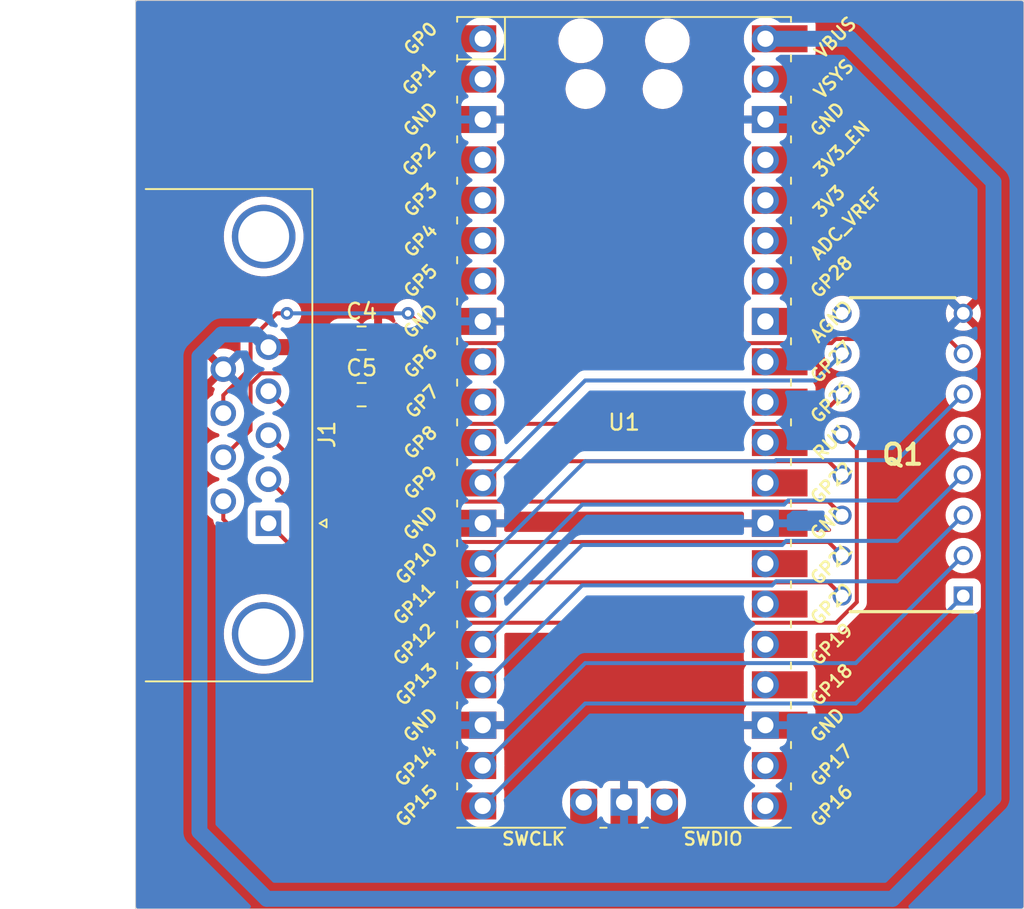
<source format=kicad_pcb>
(kicad_pcb (version 20240108) (generator "pcbnew") (generator_version "8.0")
  (layers (0 "F.Cu" signal) (31 "B.Cu" signal) (34 "B.Paste" user) (35 "F.Paste" user) (36 "B.SilkS" user "B.Silkscreen") (37 "F.SilkS" user "F.Silkscreen") (38 "B.Mask" user) (39 "F.Mask" user) (44 "Edge.Cuts" user))
  (net 0 "")
  (net 1 "GND")
  (net 2 "+5V")
  (net 3 "/Right")
  (net 4 "/Down")
  (net 5 "/Up")
  (net 6 "/Strobe")
  (net 7 "/Left")
  (net 8 "/ButtonLeft")
  (net 9 "/ButtonRight")
  (net 10 "/GPIO13")
  (net 11 "/GPIO12")
  (net 12 "/GPIO15")
  (net 13 "/GPIO10")
  (net 15 "/GPIO14")
  (net 16 "/GPIO11")
  (net 17 "/GPIO9")
  (footprint "Capacitor_SMD:C_0805_2012Metric_Pad1.18x1.45mm_HandSolder" (layer "F.Cu") (at 108.204 57.442)
    (property "Reference" "C4" (at 0 -1.68 0) (layer "F.SilkS"))
    (property "Value" "10uF")
    (fp_line (start -0.261252 -0.735) (end 0.261252 -0.735) (stroke (width 0.12)) (layer "F.SilkS"))
    (fp_line (start -0.261252 0.735) (end 0.261252 0.735) (stroke (width 0.12)) (layer "F.SilkS"))
    (pad "1" smd roundrect (at -1.0375 0) (size 1.175 1.45) (layers "F.Cu" "F.Paste" "F.Mask") (roundrect_rratio 0.212766) (net 2 "+5V"))
    (pad "2" smd roundrect (at 1.0375 0) (size 1.175 1.45) (layers "F.Cu" "F.Paste" "F.Mask") (roundrect_rratio 0.212766) (net 1 "GND"))
  )
  (footprint "Capacitor_SMD:C_0805_2012Metric_Pad1.18x1.45mm_HandSolder" (layer "F.Cu") (at 108.204 60.998)
    (property "Reference" "C5" (at 0 -1.68 0) (layer "F.SilkS"))
    (property "Value" "100nF")
    (fp_line (start -0.261252 -0.735) (end 0.261252 -0.735) (stroke (width 0.12)) (layer "F.SilkS"))
    (fp_line (start -0.261252 0.735) (end 0.261252 0.735) (stroke (width 0.12)) (layer "F.SilkS"))
    (pad "1" smd roundrect (at -1.0375 0) (size 1.175 1.45) (layers "F.Cu" "F.Paste" "F.Mask") (roundrect_rratio 0.212766) (net 2 "+5V"))
    (pad "2" smd roundrect (at 1.0375 0) (size 1.175 1.45) (layers "F.Cu" "F.Paste" "F.Mask") (roundrect_rratio 0.212766) (net 1 "GND"))
  )
  (footprint "custom:MSX DSUB9 Female" (layer "F.Cu") (at 85.707331 63.5 -90)
    (property "Reference" "J1" (at 0 -20.32 90) (layer "F.SilkS"))
    (property "Value" "MSX DSUB9 Female")
    (fp_line (start -15.437 -8.917) (end -15.437 -19.397) (stroke (width 0.12)) (layer "F.SilkS"))
    (fp_line (start -15.437 -19.397) (end 15.533 -19.397) (stroke (width 0.12)) (layer "F.SilkS"))
    (fp_line (start 15.533 -19.397) (end 15.533 -8.917) (stroke (width 0.12)) (layer "F.SilkS"))
    (fp_line (start 5.588 -19.858325) (end 5.338 -20.291338) (stroke (width 0.12)) (layer "F.SilkS"))
    (fp_line (start 5.338 -20.291338) (end 5.838 -20.291338) (stroke (width 0.12)) (layer "F.SilkS"))
    (fp_line (start 5.838 -20.291338) (end 5.588 -19.858325) (stroke (width 0.12)) (layer "F.SilkS"))
    (pad "0" thru_hole circle (at -12.452 -16.337 270) (size 4 4) (drill 3.2) (layers "*.Cu" "*.Mask"))
    (pad "0" thru_hole circle (at 12.548 -16.337 270) (size 4 4) (drill 3.2) (layers "*.Cu" "*.Mask"))
    (pad "1" thru_hole rect (at 5.588 -16.637 270) (size 1.6 1.6) (drill 1) (layers "*.Cu" "*.Mask") (net 5 "/Up"))
    (pad "2" thru_hole circle (at 2.818 -16.637 270) (size 1.6 1.6) (drill 1) (layers "*.Cu" "*.Mask") (net 4 "/Down"))
    (pad "3" thru_hole circle (at 0.048 -16.637 270) (size 1.6 1.6) (drill 1) (layers "*.Cu" "*.Mask") (net 7 "/Left"))
    (pad "4" thru_hole circle (at -2.722 -16.637 270) (size 1.6 1.6) (drill 1) (layers "*.Cu" "*.Mask") (net 3 "/Right"))
    (pad "5" thru_hole circle (at -5.492 -16.637 270) (size 1.6 1.6) (drill 1) (layers "*.Cu" "*.Mask") (net 2 "+5V"))
    (pad "6" thru_hole circle (at 4.203 -13.797 270) (size 1.6 1.6) (drill 1) (layers "*.Cu" "*.Mask") (net 8 "/ButtonLeft"))
    (pad "7" thru_hole circle (at 1.433 -13.797 270) (size 1.6 1.6) (drill 1) (layers "*.Cu" "*.Mask") (net 9 "/ButtonRight"))
    (pad "8" thru_hole circle (at -1.337 -13.797 270) (size 1.6 1.6) (drill 1) (layers "*.Cu" "*.Mask") (net 6 "/Strobe"))
    (pad "9" thru_hole circle (at -4.107 -13.797 270) (size 1.6 1.6) (drill 1) (layers "*.Cu" "*.Mask") (net 1 "GND"))
  )
  (footprint "custom:DIP762W60P254L1975H445Q16N" (layer "F.Cu") (at 142.24 64.77 180)
    (property "Reference" "Q1" (at 0 0 180) (layer "F.SilkS") (effects (font (size 1.27 1.27) (thickness 0.254))))
    (property "Value" "TBD62003APG" (hide yes))
    (fp_line (start -3.3 9.875) (end 3.3 9.875) (stroke (width 0.2)) (layer "F.SilkS"))
    (fp_line (start -4.41 -9.875) (end 3.3 -9.875) (stroke (width 0.2)) (layer "F.SilkS"))
    (pad "1" thru_hole rect (at -3.81 -8.89 180) (size 1.2 1.2) (drill 0.8) (layers "*.Cu" "*.Mask") (net 12 "/GPIO15"))
    (pad "2" thru_hole circle (at -3.81 -6.35 180) (size 1.2 1.2) (drill 0.8) (layers "*.Cu" "*.Mask") (net 15 "/GPIO14"))
    (pad "3" thru_hole circle (at -3.81 -3.81 180) (size 1.2 1.2) (drill 0.8) (layers "*.Cu" "*.Mask") (net 10 "/GPIO13"))
    (pad "4" thru_hole circle (at -3.81 -1.27 180) (size 1.2 1.2) (drill 0.8) (layers "*.Cu" "*.Mask") (net 11 "/GPIO12"))
    (pad "5" thru_hole circle (at -3.81 1.27 180) (size 1.2 1.2) (drill 0.8) (layers "*.Cu" "*.Mask") (net 16 "/GPIO11"))
    (pad "6" thru_hole circle (at -3.81 3.81 180) (size 1.2 1.2) (drill 0.8) (layers "*.Cu" "*.Mask") (net 13 "/GPIO10"))
    (pad "7" thru_hole circle (at -3.81 6.35 180) (size 1.2 1.2) (drill 0.8) (layers "*.Cu" "*.Mask") (net 6 "/Strobe"))
    (pad "8" thru_hole circle (at -3.81 8.89 180) (size 1.2 1.2) (drill 0.8) (layers "*.Cu" "*.Mask") (net 1 "GND"))
    (pad "9" thru_hole circle (at 3.81 8.89 180) (size 1.2 1.2) (drill 0.8) (layers "*.Cu" "*.Mask"))
    (pad "10" thru_hole circle (at 3.81 6.35 180) (size 1.2 1.2) (drill 0.8) (layers "*.Cu" "*.Mask") (net 17 "/GPIO9"))
    (pad "11" thru_hole circle (at 3.81 3.81 180) (size 1.2 1.2) (drill 0.8) (layers "*.Cu" "*.Mask") (net 9 "/ButtonRight"))
    (pad "12" thru_hole circle (at 3.81 1.27 180) (size 1.2 1.2) (drill 0.8) (layers "*.Cu" "*.Mask") (net 8 "/ButtonLeft"))
    (pad "13" thru_hole circle (at 3.81 -1.27 180) (size 1.2 1.2) (drill 0.8) (layers "*.Cu" "*.Mask") (net 3 "/Right"))
    (pad "14" thru_hole circle (at 3.81 -3.81 180) (size 1.2 1.2) (drill 0.8) (layers "*.Cu" "*.Mask") (net 7 "/Left"))
    (pad "15" thru_hole circle (at 3.81 -6.35 180) (size 1.2 1.2) (drill 0.8) (layers "*.Cu" "*.Mask") (net 4 "/Down"))
    (pad "16" thru_hole circle (at 3.81 -8.89 180) (size 1.2 1.2) (drill 0.8) (layers "*.Cu" "*.Mask") (net 5 "/Up"))
  )
  (footprint "pico:RPi_Pico_SMD_TH" (layer "F.Cu") (at 124.714 62.738)
    (property "Reference" "U1" (at 0 0 0) (layer "F.SilkS"))
    (property "Value" "Pico")
    (fp_line (start -10.5 -25.5) (end -10.5 -25.2) (stroke (width 0.12)) (layer "F.SilkS"))
    (fp_line (start -10.5 -25.5) (end 10.5 -25.5) (stroke (width 0.12)) (layer "F.SilkS"))
    (fp_line (start -10.5 -23.1) (end -10.5 -22.7) (stroke (width 0.12)) (layer "F.SilkS"))
    (fp_line (start -10.5 -22.833) (end -7.493 -22.833) (stroke (width 0.12)) (layer "F.SilkS"))
    (fp_line (start -10.5 -20.5) (end -10.5 -20.1) (stroke (width 0.12)) (layer "F.SilkS"))
    (fp_line (start -10.5 -18) (end -10.5 -17.6) (stroke (width 0.12)) (layer "F.SilkS"))
    (fp_line (start -10.5 -15.4) (end -10.5 -15) (stroke (width 0.12)) (layer "F.SilkS"))
    (fp_line (start -10.5 -12.9) (end -10.5 -12.5) (stroke (width 0.12)) (layer "F.SilkS"))
    (fp_line (start -10.5 -10.4) (end -10.5 -10) (stroke (width 0.12)) (layer "F.SilkS"))
    (fp_line (start -10.5 -7.8) (end -10.5 -7.4) (stroke (width 0.12)) (layer "F.SilkS"))
    (fp_line (start -10.5 -5.3) (end -10.5 -4.9) (stroke (width 0.12)) (layer "F.SilkS"))
    (fp_line (start -10.5 -2.7) (end -10.5 -2.3) (stroke (width 0.12)) (layer "F.SilkS"))
    (fp_line (start -10.5 -0.2) (end -10.5 0.2) (stroke (width 0.12)) (layer "F.SilkS"))
    (fp_line (start -10.5 2.3) (end -10.5 2.7) (stroke (width 0.12)) (layer "F.SilkS"))
    (fp_line (start -10.5 4.9) (end -10.5 5.3) (stroke (width 0.12)) (layer "F.SilkS"))
    (fp_line (start -10.5 7.4) (end -10.5 7.8) (stroke (width 0.12)) (layer "F.SilkS"))
    (fp_line (start -10.5 10) (end -10.5 10.4) (stroke (width 0.12)) (layer "F.SilkS"))
    (fp_line (start -10.5 12.5) (end -10.5 12.9) (stroke (width 0.12)) (layer "F.SilkS"))
    (fp_line (start -10.5 15.1) (end -10.5 15.5) (stroke (width 0.12)) (layer "F.SilkS"))
    (fp_line (start -10.5 17.6) (end -10.5 18) (stroke (width 0.12)) (layer "F.SilkS"))
    (fp_line (start -10.5 20.1) (end -10.5 20.5) (stroke (width 0.12)) (layer "F.SilkS"))
    (fp_line (start -10.5 22.7) (end -10.5 23.1) (stroke (width 0.12)) (layer "F.SilkS"))
    (fp_line (start -7.493 -22.833) (end -7.493 -25.5) (stroke (width 0.12)) (layer "F.SilkS"))
    (fp_line (start -3.7 25.5) (end -10.5 25.5) (stroke (width 0.12)) (layer "F.SilkS"))
    (fp_line (start -1.5 25.5) (end -1.1 25.5) (stroke (width 0.12)) (layer "F.SilkS"))
    (fp_line (start 1.1 25.5) (end 1.5 25.5) (stroke (width 0.12)) (layer "F.SilkS"))
    (fp_line (start 10.5 -25.5) (end 10.5 -25.2) (stroke (width 0.12)) (layer "F.SilkS"))
    (fp_line (start 10.5 -23.1) (end 10.5 -22.7) (stroke (width 0.12)) (layer "F.SilkS"))
    (fp_line (start 10.5 -20.5) (end 10.5 -20.1) (stroke (width 0.12)) (layer "F.SilkS"))
    (fp_line (start 10.5 -18) (end 10.5 -17.6) (stroke (width 0.12)) (layer "F.SilkS"))
    (fp_line (start 10.5 -15.4) (end 10.5 -15) (stroke (width 0.12)) (layer "F.SilkS"))
    (fp_line (start 10.5 -12.9) (end 10.5 -12.5) (stroke (width 0.12)) (layer "F.SilkS"))
    (fp_line (start 10.5 -10.4) (end 10.5 -10) (stroke (width 0.12)) (layer "F.SilkS"))
    (fp_line (start 10.5 -7.8) (end 10.5 -7.4) (stroke (width 0.12)) (layer "F.SilkS"))
    (fp_line (start 10.5 -5.3) (end 10.5 -4.9) (stroke (width 0.12)) (layer "F.SilkS"))
    (fp_line (start 10.5 -2.7) (end 10.5 -2.3) (stroke (width 0.12)) (layer "F.SilkS"))
    (fp_line (start 10.5 -0.2) (end 10.5 0.2) (stroke (width 0.12)) (layer "F.SilkS"))
    (fp_line (start 10.5 2.3) (end 10.5 2.7) (stroke (width 0.12)) (layer "F.SilkS"))
    (fp_line (start 10.5 4.9) (end 10.5 5.3) (stroke (width 0.12)) (layer "F.SilkS"))
    (fp_line (start 10.5 7.4) (end 10.5 7.8) (stroke (width 0.12)) (layer "F.SilkS"))
    (fp_line (start 10.5 10) (end 10.5 10.4) (stroke (width 0.12)) (layer "F.SilkS"))
    (fp_line (start 10.5 12.5) (end 10.5 12.9) (stroke (width 0.12)) (layer "F.SilkS"))
    (fp_line (start 10.5 15.1) (end 10.5 15.5) (stroke (width 0.12)) (layer "F.SilkS"))
    (fp_line (start 10.5 17.6) (end 10.5 18) (stroke (width 0.12)) (layer "F.SilkS"))
    (fp_line (start 10.5 20.1) (end 10.5 20.5) (stroke (width 0.12)) (layer "F.SilkS"))
    (fp_line (start 10.5 22.7) (end 10.5 23.1) (stroke (width 0.12)) (layer "F.SilkS"))
    (fp_line (start 10.5 25.5) (end 3.7 25.5) (stroke (width 0.12)) (layer "F.SilkS"))
    (fp_text user "GP15" (at -13.054 24.13 45) (layer "F.SilkS") (effects (font (size 0.8 0.8))))
    (fp_text user "GP16" (at 13.054 24.13 45) (layer "F.SilkS") (effects (font (size 0.8 0.8))))
    (fp_text user "GND" (at -12.8 -6.35 45) (layer "F.SilkS") (effects (font (size 0.8 0.8))))
    (fp_text user "SWCLK" (at -5.7 26.2 0) (layer "F.SilkS") (effects (font (size 0.8 0.8))))
    (fp_text user "GP5" (at -12.8 -8.89 45) (layer "F.SilkS") (effects (font (size 0.8 0.8))))
    (fp_text user "GP17" (at 13.054 21.59 45) (layer "F.SilkS") (effects (font (size 0.8 0.8))))
    (fp_text user "3V3" (at 12.9 -13.9 45) (layer "F.SilkS") (effects (font (size 0.8 0.8))))
    (fp_text user "3V3_EN" (at 13.7 -17.2 45) (layer "F.SilkS") (effects (font (size 0.8 0.8))))
    (fp_text user "RUN" (at 13 1.27 45) (layer "F.SilkS") (effects (font (size 0.8 0.8))))
    (fp_text user "ADC_VREF" (at 14 -12.5 45) (layer "F.SilkS") (effects (font (size 0.8 0.8))))
    (fp_text user "GP18" (at 13.054 16.51 45) (layer "F.SilkS") (effects (font (size 0.8 0.8))))
    (fp_text user "GP0" (at -12.8 -24.13 45) (layer "F.SilkS") (effects (font (size 0.8 0.8))))
    (fp_text user "GP4" (at -12.8 -11.43 45) (layer "F.SilkS") (effects (font (size 0.8 0.8))))
    (fp_text user "GP2" (at -12.9 -16.51 45) (layer "F.SilkS") (effects (font (size 0.8 0.8))))
    (fp_text user "GP21" (at 13.054 8.9 45) (layer "F.SilkS") (effects (font (size 0.8 0.8))))
    (fp_text user "GND" (at 12.8 19.05 45) (layer "F.SilkS") (effects (font (size 0.8 0.8))))
    (fp_text user "GP3" (at -12.8 -13.97 45) (layer "F.SilkS") (effects (font (size 0.8 0.8))))
    (fp_text user "GND" (at -12.8 -19.05 45) (layer "F.SilkS") (effects (font (size 0.8 0.8))))
    (fp_text user "GP8" (at -12.8 1.27 45) (layer "F.SilkS") (effects (font (size 0.8 0.8))))
    (fp_text user "GP7" (at -12.7 -1.3 45) (layer "F.SilkS") (effects (font (size 0.8 0.8))))
    (fp_text user "VSYS" (at 13.2 -21.59 45) (layer "F.SilkS") (effects (font (size 0.8 0.8))))
    (fp_text user "GP27" (at 13.054 -3.8 45) (layer "F.SilkS") (effects (font (size 0.8 0.8))))
    (fp_text user "GND" (at 12.8 -19.05 45) (layer "F.SilkS") (effects (font (size 0.8 0.8))))
    (fp_text user "GP1" (at -12.9 -21.6 45) (layer "F.SilkS") (effects (font (size 0.8 0.8))))
    (fp_text user "GP9" (at -12.8 3.81 45) (layer "F.SilkS") (effects (font (size 0.8 0.8))))
    (fp_text user "GND" (at 12.8 6.35 45) (layer "F.SilkS") (effects (font (size 0.8 0.8))))
    (fp_text user "SWDIO" (at 5.6 26.2 0) (layer "F.SilkS") (effects (font (size 0.8 0.8))))
    (fp_text user "GP22" (at 13.054 3.81 45) (layer "F.SilkS") (effects (font (size 0.8 0.8))))
    (fp_text user "GP10" (at -13.054 8.89 45) (layer "F.SilkS") (effects (font (size 0.8 0.8))))
    (fp_text user "GP20" (at 13.054 11.43 45) (layer "F.SilkS") (effects (font (size 0.8 0.8))))
    (fp_text user "GP11" (at -13.2 11.43 45) (layer "F.SilkS") (effects (font (size 0.8 0.8))))
    (fp_text user "GP6" (at -12.8 -3.81 45) (layer "F.SilkS") (effects (font (size 0.8 0.8))))
    (fp_text user "GND" (at -12.8 6.35 45) (layer "F.SilkS") (effects (font (size 0.8 0.8))))
    (fp_text user "GP13" (at -13.054 16.51 45) (layer "F.SilkS") (effects (font (size 0.8 0.8))))
    (fp_text user "GP26" (at 13.054 -1.27 45) (layer "F.SilkS") (effects (font (size 0.8 0.8))))
    (fp_text user "AGND" (at 13.054 -6.35 45) (layer "F.SilkS") (effects (font (size 0.8 0.8))))
    (fp_text user "GP14" (at -13.1 21.59 45) (layer "F.SilkS") (effects (font (size 0.8 0.8))))
    (fp_text user "GND" (at -12.8 19.05 45) (layer "F.SilkS") (effects (font (size 0.8 0.8))))
    (fp_text user "GP12" (at -13.2 13.97 45) (layer "F.SilkS") (effects (font (size 0.8 0.8))))
    (fp_text user "GP28" (at 13.054 -9.144 45) (layer "F.SilkS") (effects (font (size 0.8 0.8))))
    (fp_text user "VBUS" (at 13.3 -24.2 45) (layer "F.SilkS") (effects (font (size 0.8 0.8))))
    (fp_text user "GP19" (at 13.054 13.97 45) (layer "F.SilkS") (effects (font (size 0.8 0.8))))
    (pad "" np_thru_hole oval (at -2.725 -24) (size 1.8 1.8) (drill 1.8) (layers "*.Cu" "*.Mask"))
    (pad "" np_thru_hole oval (at -2.425 -20.97) (size 1.5 1.5) (drill 1.5) (layers "*.Cu" "*.Mask"))
    (pad "" np_thru_hole oval (at 2.425 -20.97) (size 1.5 1.5) (drill 1.5) (layers "*.Cu" "*.Mask"))
    (pad "" np_thru_hole oval (at 2.725 -24) (size 1.8 1.8) (drill 1.8) (layers "*.Cu" "*.Mask"))
    (pad "1" thru_hole oval (at -8.89 -24.13) (size 1.7 1.7) (drill 1.02) (layers "*.Cu" "*.Mask"))
    (pad "1" smd rect (at -8.89 -24.13) (size 3.5 1.7) (drill (offset -0.9 0)) (layers "F.Cu" "F.Mask"))
    (pad "2" thru_hole oval (at -8.89 -21.59) (size 1.7 1.7) (drill 1.02) (layers "*.Cu" "*.Mask"))
    (pad "2" smd rect (at -8.89 -21.59) (size 3.5 1.7) (drill (offset -0.9 0)) (layers "F.Cu" "F.Mask"))
    (pad "3" thru_hole rect (at -8.89 -19.05) (size 1.7 1.7) (drill 1.02) (layers "*.Cu" "*.Mask") (net 1 "GND"))
    (pad "3" smd rect (at -8.89 -19.05) (size 3.5 1.7) (drill (offset -0.9 0)) (layers "F.Cu" "F.Mask") (net 1 "GND"))
    (pad "4" thru_hole oval (at -8.89 -16.51) (size 1.7 1.7) (drill 1.02) (layers "*.Cu" "*.Mask"))
    (pad "4" smd rect (at -8.89 -16.51) (size 3.5 1.7) (drill (offset -0.9 0)) (layers "F.Cu" "F.Mask"))
    (pad "5" thru_hole oval (at -8.89 -13.97) (size 1.7 1.7) (drill 1.02) (layers "*.Cu" "*.Mask"))
    (pad "5" smd rect (at -8.89 -13.97) (size 3.5 1.7) (drill (offset -0.9 0)) (layers "F.Cu" "F.Mask"))
    (pad "6" thru_hole oval (at -8.89 -11.43) (size 1.7 1.7) (drill 1.02) (layers "*.Cu" "*.Mask"))
    (pad "6" smd rect (at -8.89 -11.43) (size 3.5 1.7) (drill (offset -0.9 0)) (layers "F.Cu" "F.Mask"))
    (pad "7" thru_hole oval (at -8.89 -8.89) (size 1.7 1.7) (drill 1.02) (layers "*.Cu" "*.Mask"))
    (pad "7" smd rect (at -8.89 -8.89) (size 3.5 1.7) (drill (offset -0.9 0)) (layers "F.Cu" "F.Mask"))
    (pad "8" thru_hole rect (at -8.89 -6.35) (size 1.7 1.7) (drill 1.02) (layers "*.Cu" "*.Mask") (net 1 "GND"))
    (pad "8" smd rect (at -8.89 -6.35) (size 3.5 1.7) (drill (offset -0.9 0)) (layers "F.Cu" "F.Mask") (net 1 "GND"))
    (pad "9" thru_hole oval (at -8.89 -3.81) (size 1.7 1.7) (drill 1.02) (layers "*.Cu" "*.Mask"))
    (pad "9" smd rect (at -8.89 -3.81) (size 3.5 1.7) (drill (offset -0.9 0)) (layers "F.Cu" "F.Mask"))
    (pad "10" thru_hole oval (at -8.89 -1.27) (size 1.7 1.7) (drill 1.02) (layers "*.Cu" "*.Mask"))
    (pad "10" smd rect (at -8.89 -1.27) (size 3.5 1.7) (drill (offset -0.9 0)) (layers "F.Cu" "F.Mask"))
    (pad "11" thru_hole oval (at -8.89 1.27) (size 1.7 1.7) (drill 1.02) (layers "*.Cu" "*.Mask"))
    (pad "11" smd rect (at -8.89 1.27) (size 3.5 1.7) (drill (offset -0.9 0)) (layers "F.Cu" "F.Mask"))
    (pad "12" thru_hole oval (at -8.89 3.81) (size 1.7 1.7) (drill 1.02) (layers "*.Cu" "*.Mask") (net 17 "/GPIO9"))
    (pad "12" smd rect (at -8.89 3.81) (size 3.5 1.7) (drill (offset -0.9 0)) (layers "F.Cu" "F.Mask") (net 17 "/GPIO9"))
    (pad "13" thru_hole rect (at -8.89 6.35) (size 1.7 1.7) (drill 1.02) (layers "*.Cu" "*.Mask") (net 1 "GND"))
    (pad "13" smd rect (at -8.89 6.35) (size 3.5 1.7) (drill (offset -0.9 0)) (layers "F.Cu" "F.Mask") (net 1 "GND"))
    (pad "14" thru_hole oval (at -8.89 8.89) (size 1.7 1.7) (drill 1.02) (layers "*.Cu" "*.Mask") (net 13 "/GPIO10"))
    (pad "14" smd rect (at -8.89 8.89) (size 3.5 1.7) (drill (offset -0.9 0)) (layers "F.Cu" "F.Mask") (net 13 "/GPIO10"))
    (pad "15" thru_hole oval (at -8.89 11.43) (size 1.7 1.7) (drill 1.02) (layers "*.Cu" "*.Mask") (net 16 "/GPIO11"))
    (pad "15" smd rect (at -8.89 11.43) (size 3.5 1.7) (drill (offset -0.9 0)) (layers "F.Cu" "F.Mask") (net 16 "/GPIO11"))
    (pad "16" thru_hole oval (at -8.89 13.97) (size 1.7 1.7) (drill 1.02) (layers "*.Cu" "*.Mask") (net 11 "/GPIO12"))
    (pad "16" smd rect (at -8.89 13.97) (size 3.5 1.7) (drill (offset -0.9 0)) (layers "F.Cu" "F.Mask") (net 11 "/GPIO12"))
    (pad "17" thru_hole oval (at -8.89 16.51) (size 1.7 1.7) (drill 1.02) (layers "*.Cu" "*.Mask") (net 10 "/GPIO13"))
    (pad "17" smd rect (at -8.89 16.51) (size 3.5 1.7) (drill (offset -0.9 0)) (layers "F.Cu" "F.Mask") (net 10 "/GPIO13"))
    (pad "18" thru_hole rect (at -8.89 19.05) (size 1.7 1.7) (drill 1.02) (layers "*.Cu" "*.Mask") (net 1 "GND"))
    (pad "18" smd rect (at -8.89 19.05) (size 3.5 1.7) (drill (offset -0.9 0)) (layers "F.Cu" "F.Mask") (net 1 "GND"))
    (pad "19" thru_hole oval (at -8.89 21.59) (size 1.7 1.7) (drill 1.02) (layers "*.Cu" "*.Mask") (net 15 "/GPIO14"))
    (pad "19" smd rect (at -8.89 21.59) (size 3.5 1.7) (drill (offset -0.9 0)) (layers "F.Cu" "F.Mask") (net 15 "/GPIO14"))
    (pad "20" thru_hole oval (at -8.89 24.13) (size 1.7 1.7) (drill 1.02) (layers "*.Cu" "*.Mask") (net 12 "/GPIO15"))
    (pad "20" smd rect (at -8.89 24.13) (size 3.5 1.7) (drill (offset -0.9 0)) (layers "F.Cu" "F.Mask") (net 12 "/GPIO15"))
    (pad "21" thru_hole oval (at 8.89 24.13) (size 1.7 1.7) (drill 1.02) (layers "*.Cu" "*.Mask"))
    (pad "21" smd rect (at 8.89 24.13) (size 3.5 1.7) (drill (offset 0.9 0)) (layers "F.Cu" "F.Mask"))
    (pad "22" thru_hole oval (at 8.89 21.59) (size 1.7 1.7) (drill 1.02) (layers "*.Cu" "*.Mask"))
    (pad "22" smd rect (at 8.89 21.59) (size 3.5 1.7) (drill (offset 0.9 0)) (layers "F.Cu" "F.Mask"))
    (pad "23" thru_hole rect (at 8.89 19.05) (size 1.7 1.7) (drill 1.02) (layers "*.Cu" "*.Mask") (net 1 "GND"))
    (pad "23" smd rect (at 8.89 19.05) (size 3.5 1.7) (drill (offset 0.9 0)) (layers "F.Cu" "F.Mask") (net 1 "GND"))
    (pad "24" thru_hole oval (at 8.89 16.51) (size 1.7 1.7) (drill 1.02) (layers "*.Cu" "*.Mask"))
    (pad "24" smd rect (at 8.89 16.51) (size 3.5 1.7) (drill (offset 0.9 0)) (layers "F.Cu" "F.Mask"))
    (pad "25" thru_hole oval (at 8.89 13.97) (size 1.7 1.7) (drill 1.02) (layers "*.Cu" "*.Mask"))
    (pad "25" smd rect (at 8.89 13.97) (size 3.5 1.7) (drill (offset 0.9 0)) (layers "F.Cu" "F.Mask"))
    (pad "26" thru_hole oval (at 8.89 11.43) (size 1.7 1.7) (drill 1.02) (layers "*.Cu" "*.Mask"))
    (pad "26" smd rect (at 8.89 11.43) (size 3.5 1.7) (drill (offset 0.9 0)) (layers "F.Cu" "F.Mask"))
    (pad "27" thru_hole oval (at 8.89 8.89) (size 1.7 1.7) (drill 1.02) (layers "*.Cu" "*.Mask"))
    (pad "27" smd rect (at 8.89 8.89) (size 3.5 1.7) (drill (offset 0.9 0)) (layers "F.Cu" "F.Mask"))
    (pad "28" thru_hole rect (at 8.89 6.35) (size 1.7 1.7) (drill 1.02) (layers "*.Cu" "*.Mask") (net 1 "GND"))
    (pad "28" smd rect (at 8.89 6.35) (size 3.5 1.7) (drill (offset 0.9 0)) (layers "F.Cu" "F.Mask") (net 1 "GND"))
    (pad "29" thru_hole oval (at 8.89 3.81) (size 1.7 1.7) (drill 1.02) (layers "*.Cu" "*.Mask"))
    (pad "29" smd rect (at 8.89 3.81) (size 3.5 1.7) (drill (offset 0.9 0)) (layers "F.Cu" "F.Mask"))
    (pad "30" thru_hole oval (at 8.89 1.27) (size 1.7 1.7) (drill 1.02) (layers "*.Cu" "*.Mask"))
    (pad "30" smd rect (at 8.89 1.27) (size 3.5 1.7) (drill (offset 0.9 0)) (layers "F.Cu" "F.Mask"))
    (pad "31" thru_hole oval (at 8.89 -1.27) (size 1.7 1.7) (drill 1.02) (layers "*.Cu" "*.Mask"))
    (pad "31" smd rect (at 8.89 -1.27) (size 3.5 1.7) (drill (offset 0.9 0)) (layers "F.Cu" "F.Mask"))
    (pad "32" thru_hole oval (at 8.89 -3.81) (size 1.7 1.7) (drill 1.02) (layers "*.Cu" "*.Mask"))
    (pad "32" smd rect (at 8.89 -3.81) (size 3.5 1.7) (drill (offset 0.9 0)) (layers "F.Cu" "F.Mask"))
    (pad "33" thru_hole rect (at 8.89 -6.35) (size 1.7 1.7) (drill 1.02) (layers "*.Cu" "*.Mask"))
    (pad "33" smd rect (at 8.89 -6.35) (size 3.5 1.7) (drill (offset 0.9 0)) (layers "F.Cu" "F.Mask"))
    (pad "34" thru_hole oval (at 8.89 -8.89) (size 1.7 1.7) (drill 1.02) (layers "*.Cu" "*.Mask"))
    (pad "34" smd rect (at 8.89 -8.89) (size 3.5 1.7) (drill (offset 0.9 0)) (layers "F.Cu" "F.Mask"))
    (pad "35" thru_hole oval (at 8.89 -11.43) (size 1.7 1.7) (drill 1.02) (layers "*.Cu" "*.Mask"))
    (pad "35" smd rect (at 8.89 -11.43) (size 3.5 1.7) (drill (offset 0.9 0)) (layers "F.Cu" "F.Mask"))
    (pad "36" thru_hole oval (at 8.89 -13.97) (size 1.7 1.7) (drill 1.02) (layers "*.Cu" "*.Mask"))
    (pad "36" smd rect (at 8.89 -13.97) (size 3.5 1.7) (drill (offset 0.9 0)) (layers "F.Cu" "F.Mask"))
    (pad "37" thru_hole oval (at 8.89 -16.51) (size 1.7 1.7) (drill 1.02) (layers "*.Cu" "*.Mask"))
    (pad "37" smd rect (at 8.89 -16.51) (size 3.5 1.7) (drill (offset 0.9 0)) (layers "F.Cu" "F.Mask"))
    (pad "38" thru_hole rect (at 8.89 -19.05) (size 1.7 1.7) (drill 1.02) (layers "*.Cu" "*.Mask") (net 1 "GND"))
    (pad "38" smd rect (at 8.89 -19.05) (size 3.5 1.7) (drill (offset 0.9 0)) (layers "F.Cu" "F.Mask") (net 1 "GND"))
    (pad "39" thru_hole oval (at 8.89 -21.59) (size 1.7 1.7) (drill 1.02) (layers "*.Cu" "*.Mask"))
    (pad "39" smd rect (at 8.89 -21.59) (size 3.5 1.7) (drill (offset 0.9 0)) (layers "F.Cu" "F.Mask"))
    (pad "40" thru_hole oval (at 8.89 -24.13) (size 1.7 1.7) (drill 1.02) (layers "*.Cu" "*.Mask") (net 2 "+5V"))
    (pad "40" smd rect (at 8.89 -24.13) (size 3.5 1.7) (drill (offset 0.9 0)) (layers "F.Cu" "F.Mask") (net 2 "+5V"))
    (pad "41" thru_hole oval (at -2.54 23.9) (size 1.7 1.7) (drill 1.02) (layers "*.Cu" "*.Mask"))
    (pad "41" smd rect (at -2.54 23.9 90) (size 3.5 1.7) (drill (offset -0.9 0)) (layers "F.Cu" "F.Mask"))
    (pad "42" thru_hole rect (at 0 23.9) (size 1.7 1.7) (drill 1.02) (layers "*.Cu" "*.Mask") (net 1 "GND"))
    (pad "42" smd rect (at 0 23.9 90) (size 3.5 1.7) (drill (offset -0.9 0)) (layers "F.Cu" "F.Mask") (net 1 "GND"))
    (pad "43" thru_hole oval (at 2.54 23.9) (size 1.7 1.7) (drill 1.02) (layers "*.Cu" "*.Mask"))
    (pad "43" smd rect (at 2.54 23.9 90) (size 3.5 1.7) (drill (offset -0.9 0)) (layers "F.Cu" "F.Mask"))
  )
  (gr_line (start 93.98 93.345) (end 93.98 36.195) (stroke (width 0.05)) (layer "Edge.Cuts"))
  (gr_line (start 93.98 36.195) (end 149.86 36.195) (stroke (width 0.05)) (layer "Edge.Cuts"))
  (gr_line (start 149.86 93.345) (end 93.98 93.345) (stroke (width 0.05)) (layer "Edge.Cuts"))
  (gr_line (start 149.86 36.195) (end 149.86 93.345) (stroke (width 0.05)) (layer "Edge.Cuts"))
  (segment (start 102.344331 58.008) (end 106.6005 58.008) (width 1) (layer "F.Cu") (net 2))
  (segment (start 106.6005 58.008) (end 107.1665 57.442) (width 1) (layer "F.Cu") (net 2))
  (segment (start 104.1765 58.008) (end 107.1665 60.998) (width 1) (layer "F.Cu") (net 2))
  (segment (start 102.344331 58.008) (end 104.1765 58.008) (width 1) (layer "F.Cu") (net 2))
  (segment (start 98.004331 58.603669) (end 98.004331 88.479331) (width 1) (layer "B.Cu") (net 2))
  (segment (start 147.955 47.625) (end 138.938 38.608) (width 1) (layer "B.Cu") (net 2))
  (segment (start 101.544332 57.208001) (end 99.399999 57.208001) (width 1) (layer "B.Cu") (net 2))
  (segment (start 98.004331 88.479331) (end 102.235 92.71) (width 1) (layer "B.Cu") (net 2))
  (segment (start 99.399999 57.208001) (end 98.004331 58.603669) (width 1) (layer "B.Cu") (net 2))
  (segment (start 147.955 86.36) (end 147.955 47.625) (width 1) (layer "B.Cu") (net 2))
  (segment (start 141.605 92.71) (end 147.955 86.36) (width 1) (layer "B.Cu") (net 2))
  (segment (start 102.344331 58.008) (end 101.544332 57.208001) (width 1) (layer "B.Cu") (net 2))
  (segment (start 138.938 38.608) (end 133.604 38.608) (width 1) (layer "B.Cu") (net 2))
  (segment (start 102.235 92.71) (end 141.605 92.71) (width 1) (layer "B.Cu") (net 2))
  (segment (start 106.749331 65.183) (end 137.573 65.183) (width 0.25) (layer "F.Cu") (net 3))
  (segment (start 102.344331 60.778) (end 106.749331 65.183) (width 0.25) (layer "F.Cu") (net 3))
  (segment (start 137.573 65.183) (end 138.43 66.04) (width 0.25) (layer "F.Cu") (net 3))
  (segment (start 106.289331 70.263) (end 137.573 70.263) (width 0.25) (layer "F.Cu") (net 4))
  (segment (start 137.573 70.263) (end 138.43 71.12) (width 0.25) (layer "F.Cu") (net 4))
  (segment (start 102.344331 66.318) (end 106.289331 70.263) (width 0.25) (layer "F.Cu") (net 4))
  (segment (start 137.573 72.803) (end 138.43 73.66) (width 0.25) (layer "F.Cu") (net 5))
  (segment (start 102.344331 69.088) (end 106.059331 72.803) (width 0.25) (layer "F.Cu") (net 5))
  (segment (start 106.059331 72.803) (end 137.573 72.803) (width 0.25) (layer "F.Cu") (net 5))
  (segment (start 137.763 57.753) (end 138.021 57.495) (width 0.25) (layer "F.Cu") (net 6))
  (segment (start 99.504331 62.163) (end 99.504331 61.03163) (width 0.25) (layer "F.Cu") (net 6))
  (segment (start 101.219331 57.530669) (end 102.358 56.392) (width 0.25) (layer "F.Cu") (net 6))
  (segment (start 111.166 55.88) (end 113.039 57.753) (width 0.25) (layer "F.Cu") (net 6))
  (segment (start 102.87 55.88) (end 103.505 55.88) (width 0.25) (layer "F.Cu") (net 6))
  (segment (start 113.039 57.753) (end 137.763 57.753) (width 0.25) (layer "F.Cu") (net 6))
  (segment (start 99.504331 61.03163) (end 101.219331 59.31663) (width 0.25) (layer "F.Cu") (net 6))
  (segment (start 102.358 56.392) (end 102.87 55.88) (width 0.25) (layer "F.Cu") (net 6))
  (segment (start 145.125 57.495) (end 146.05 58.42) (width 0.25) (layer "F.Cu") (net 6))
  (segment (start 101.219331 59.31663) (end 101.219331 57.530669) (width 0.25) (layer "F.Cu") (net 6))
  (segment (start 111.125 55.88) (end 111.166 55.88) (width 0.25) (layer "F.Cu") (net 6))
  (segment (start 138.021 57.495) (end 145.125 57.495) (width 0.25) (layer "F.Cu") (net 6))
  (via (at 103.505 55.88) (size 0.8) (drill 0.4) (layers "F.Cu" "B.Cu") (net 6))
  (via (at 111.125 55.88) (size 0.8) (drill 0.4) (layers "F.Cu" "B.Cu") (net 6))
  (segment (start 103.505 55.88) (end 111.125 55.88) (width 0.25) (layer "B.Cu") (net 6))
  (segment (start 106.519331 67.723) (end 137.573 67.723) (width 0.25) (layer "F.Cu") (net 7))
  (segment (start 137.573 67.723) (end 138.43 68.58) (width 0.25) (layer "F.Cu") (net 7))
  (segment (start 102.344331 63.548) (end 106.519331 67.723) (width 0.25) (layer "F.Cu") (net 7))
  (segment (start 106.012961 75.343) (end 138.055148 75.343) (width 0.25) (layer "F.Cu") (net 8))
  (segment (start 139.355 74.043148) (end 139.355 64.425) (width 0.25) (layer "F.Cu") (net 8))
  (segment (start 139.355 64.425) (end 138.43 63.5) (width 0.25) (layer "F.Cu") (net 8))
  (segment (start 99.504331 67.703) (end 99.504331 68.83437) (width 0.25) (layer "F.Cu") (net 8))
  (segment (start 99.504331 68.83437) (end 106.012961 75.343) (width 0.25) (layer "F.Cu") (net 8))
  (segment (start 138.055148 75.343) (end 139.355 74.043148) (width 0.25) (layer "F.Cu") (net 8))
  (segment (start 101.87834 59.653) (end 104.103 59.653) (width 0.25) (layer "F.Cu") (net 9))
  (segment (start 136.557 62.833) (end 138.43 60.96) (width 0.25) (layer "F.Cu") (net 9))
  (segment (start 99.504331 64.933) (end 101.219331 63.218) (width 0.25) (layer "F.Cu") (net 9))
  (segment (start 101.219331 60.312009) (end 101.87834 59.653) (width 0.25) (layer "F.Cu") (net 9))
  (segment (start 107.283 62.833) (end 136.557 62.833) (width 0.25) (layer "F.Cu") (net 9))
  (segment (start 101.219331 63.218) (end 101.219331 60.312009) (width 0.25) (layer "F.Cu") (net 9))
  (segment (start 104.103 59.653) (end 107.283 62.833) (width 0.25) (layer "F.Cu") (net 9))
  (segment (start 141.895 72.735) (end 134.275 72.735) (width 0.25) (layer "B.Cu") (net 10))
  (segment (start 134.275 72.735) (end 134.017 72.993) (width 0.25) (layer "B.Cu") (net 10))
  (segment (start 146.05 68.58) (end 141.895 72.735) (width 0.25) (layer "B.Cu") (net 10))
  (segment (start 134.017 72.993) (end 122.079 72.993) (width 0.25) (layer "B.Cu") (net 10))
  (segment (start 122.079 72.993) (end 115.824 79.248) (width 0.25) (layer "B.Cu") (net 10))
  (segment (start 122.079 70.453) (end 115.824 76.708) (width 0.25) (layer "B.Cu") (net 11))
  (segment (start 134.652 70.453) (end 122.079 70.453) (width 0.25) (layer "B.Cu") (net 11))
  (segment (start 146.05 66.04) (end 141.895 70.195) (width 0.25) (layer "B.Cu") (net 11))
  (segment (start 134.91 70.195) (end 134.652 70.453) (width 0.25) (layer "B.Cu") (net 11))
  (segment (start 141.895 70.195) (end 134.91 70.195) (width 0.25) (layer "B.Cu") (net 11))
  (segment (start 146.05 73.66) (end 139.287 80.423) (width 0.25) (layer "B.Cu") (net 12))
  (segment (start 122.269 80.423) (end 115.824 86.868) (width 0.25) (layer "B.Cu") (net 12))
  (segment (start 139.287 80.423) (end 122.269 80.423) (width 0.25) (layer "B.Cu") (net 12))
  (segment (start 134.275 65.115) (end 134.207 65.183) (width 0.25) (layer "B.Cu") (net 13))
  (segment (start 122.269 65.183) (end 115.824 71.628) (width 0.25) (layer "B.Cu") (net 13))
  (segment (start 134.207 65.183) (end 122.269 65.183) (width 0.25) (layer "B.Cu") (net 13))
  (segment (start 141.895 65.115) (end 134.275 65.115) (width 0.25) (layer "B.Cu") (net 13))
  (segment (start 146.05 60.96) (end 141.895 65.115) (width 0.25) (layer "B.Cu") (net 13))
  (segment (start 122.269 77.883) (end 115.824 84.328) (width 0.25) (layer "B.Cu") (net 15))
  (segment (start 139.287 77.883) (end 122.269 77.883) (width 0.25) (layer "B.Cu") (net 15))
  (segment (start 146.05 71.12) (end 139.287 77.883) (width 0.25) (layer "B.Cu") (net 15))
  (segment (start 146.05 63.5) (end 141.895 67.655) (width 0.25) (layer "B.Cu") (net 16))
  (segment (start 134.779 67.913) (end 122.079 67.913) (width 0.25) (layer "B.Cu") (net 16))
  (segment (start 141.895 67.655) (end 135.037 67.655) (width 0.25) (layer "B.Cu") (net 16))
  (segment (start 135.037 67.655) (end 134.779 67.913) (width 0.25) (layer "B.Cu") (net 16))
  (segment (start 122.079 67.913) (end 115.824 74.168) (width 0.25) (layer "B.Cu") (net 16))
  (segment (start 136.747 60.103) (end 122.269 60.103) (width 0.25) (layer "B.Cu") (net 17))
  (segment (start 122.269 60.103) (end 115.824 66.548) (width 0.25) (layer "B.Cu") (net 17))
  (segment (start 138.43 58.42) (end 136.747 60.103) (width 0.25) (layer "B.Cu") (net 17))
  (zone (net 1) (net_name "GND") (layer "F.Cu") (priority 1) (connect_pads (clearance 0.508)) (min_thickness 0.25) (fill yes (thermal_gap 0.5) (thermal_bridge_width 0.5))
    (polygon (pts (xy 93.98 36.195) (xy 149.86 36.195) (xy 149.86 93.345) (xy 93.98 93.345)))
  )
  (zone (net 1) (net_name "GND") (layer "B.Cu") (connect_pads (clearance 0.508)) (min_thickness 0.25) (fill yes (thermal_gap 0.5) (thermal_bridge_width 0.5))
    (polygon (pts (xy 93.98 36.195) (xy 149.86 36.195) (xy 149.86 93.345) (xy 93.98 93.345)))
  )
)
</source>
